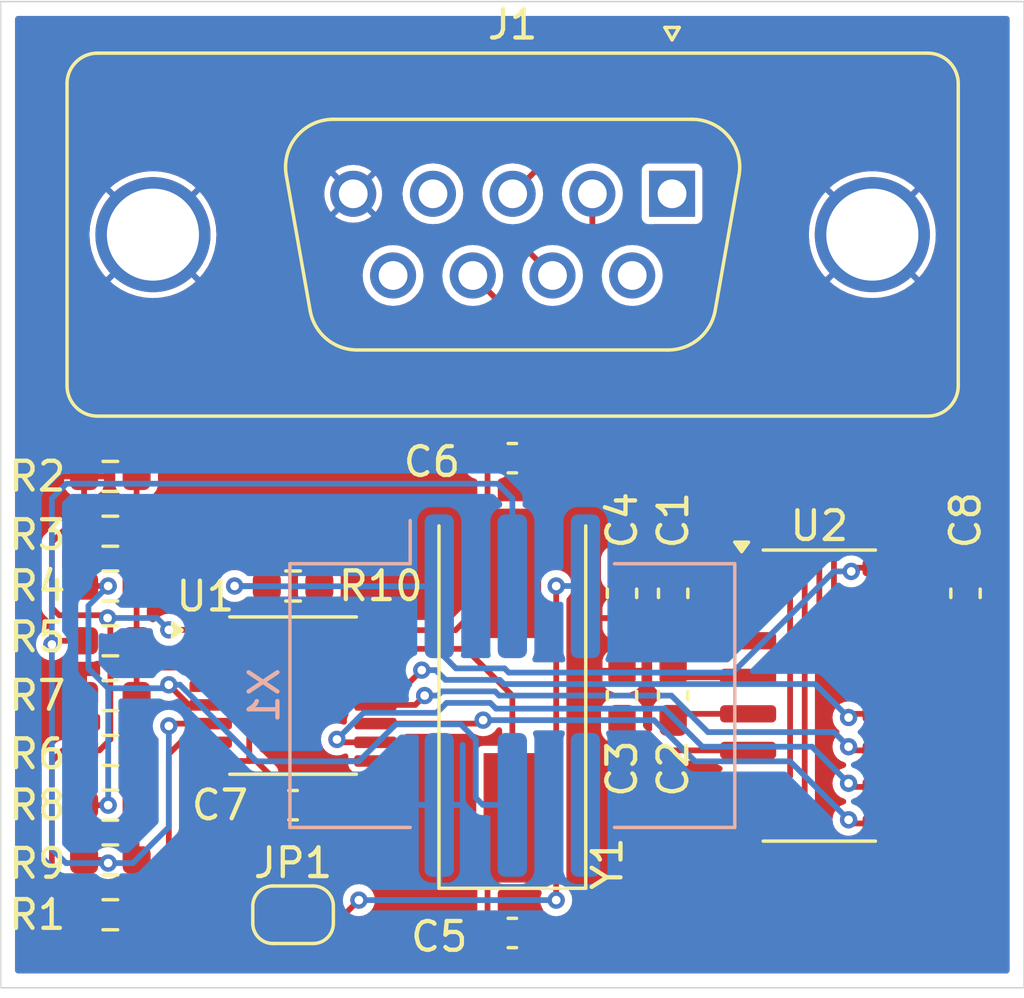
<source format=kicad_pcb>
(kicad_pcb (version 20240108) (generator "pcbnew") (generator_version "8.0")
  (layers (0 "F.Cu" signal) (31 "B.Cu" signal) (34 "B.Paste" user) (35 "F.Paste" user) (36 "B.SilkS" user "B.Silkscreen") (37 "F.SilkS" user "F.Silkscreen") (38 "B.Mask" user) (39 "F.Mask" user) (44 "Edge.Cuts" user))
  (net 0 "")
  (net 1 "Net-(U2-C1-)")
  (net 2 "Net-(U2-C1+)")
  (net 3 "Net-(U2-C2-)")
  (net 4 "Net-(U2-C2+)")
  (net 5 "GND")
  (net 6 "Net-(U2-VS-)")
  (net 7 "Net-(U2-VS+)")
  (net 8 "Net-(U1-XTAL1)")
  (net 9 "Net-(U1-XTAL2)")
  (net 11 "Net-(U2-T2OUT)")
  (net 14 "Net-(U2-R2IN)")
  (net 15 "Net-(U2-T1OUT)")
  (net 17 "Net-(U2-R1IN)")
  (net 18 "/RS232_IRQ")
  (net 19 "+3V3")
  (net 20 "Net-(U1-A0{slash}~{CS})")
  (net 21 "/SCL")
  (net 22 "/SDA")
  (net 23 "Net-(U1-A1{slash}SI)")
  (net 24 "Net-(U1-~{RESET})")
  (net 25 "Net-(U1-TX)")
  (net 26 "Net-(U1-~{RTS})")
  (net 27 "Net-(U1-RX)")
  (net 28 "Net-(U1-~{CTS})")
  (net 30 "Net-(JP1-B)")
  (footprint "Resistor_SMD:R_0603_1608Metric_Pad0.98x0.95mm_HandSolder" (layer "F.Cu") (at 158.75 110.49)
    (property "Reference" "R4" (at -2.54 0 0) (layer "F.SilkS"))
    (property "Value" "0R DNP")
    (fp_line (start -0.254724 -0.5225) (end 0.254724 -0.5225) (stroke (width 0.12)) (layer "F.SilkS"))
    (fp_line (start -0.254724 0.5225) (end 0.254724 0.5225) (stroke (width 0.12)) (layer "F.SilkS"))
    (pad "1" smd roundrect (at -0.9125 0) (size 0.975 0.95) (layers "F.Cu" "F.Paste" "F.Mask") (net 21 "/SCL"))
    (pad "2" smd roundrect (at 0.9125 0) (size 0.975 0.95) (layers "F.Cu" "F.Paste" "F.Mask") (net 20 "Net-(U1-A0{slash}~{CS})"))
  )
  (footprint "Crystal:Crystal_SMD_HC49-SD" (layer "F.Cu") (at 172.72 114.3 90)
    (property "Reference" "Y1" (at -5.842 3.302 -90) (layer "F.SilkS"))
    (property "Value" "1.8432 MHz")
    (fp_line (start 5.9 -2.55) (end -6.7 -2.55) (stroke (width 0.12)) (layer "F.SilkS"))
    (fp_line (start -6.7 -2.55) (end -6.7 2.55) (stroke (width 0.12)) (layer "F.SilkS"))
    (fp_line (start -6.7 2.55) (end 5.9 2.55) (stroke (width 0.12)) (layer "F.SilkS"))
    (pad "1" smd rect (at -4.25 0 90) (size 4.5 2) (layers "F.Cu" "F.Paste" "F.Mask") (net 8 "Net-(U1-XTAL1)"))
    (pad "2" smd rect (at 4.25 0 90) (size 4.5 2) (layers "F.Cu" "F.Paste" "F.Mask") (net 9 "Net-(U1-XTAL2)"))
  )
  (footprint "Resistor_SMD:R_0603_1608Metric_Pad0.98x0.95mm_HandSolder" (layer "F.Cu") (at 158.75 106.68)
    (property "Reference" "R2" (at -2.54 0 0) (layer "F.SilkS"))
    (property "Value" "0R DNP")
    (fp_line (start -0.254724 -0.5225) (end 0.254724 -0.5225) (stroke (width 0.12)) (layer "F.SilkS"))
    (fp_line (start -0.254724 0.5225) (end 0.254724 0.5225) (stroke (width 0.12)) (layer "F.SilkS"))
    (pad "1" smd roundrect (at -0.9125 0) (size 0.975 0.95) (layers "F.Cu" "F.Paste" "F.Mask") (net 5 "GND"))
    (pad "2" smd roundrect (at 0.9125 0) (size 0.975 0.95) (layers "F.Cu" "F.Paste" "F.Mask") (net 20 "Net-(U1-A0{slash}~{CS})"))
  )
  (footprint "Resistor_SMD:R_0603_1608Metric_Pad0.98x0.95mm_HandSolder" (layer "F.Cu") (at 158.75 116.205)
    (property "Reference" "R6" (at -2.54 0.127 0) (layer "F.SilkS"))
    (property "Value" "0R")
    (fp_line (start -0.254724 -0.5225) (end 0.254724 -0.5225) (stroke (width 0.12)) (layer "F.SilkS"))
    (fp_line (start -0.254724 0.5225) (end 0.254724 0.5225) (stroke (width 0.12)) (layer "F.SilkS"))
    (pad "1" smd roundrect (at -0.9125 0) (size 0.975 0.95) (layers "F.Cu" "F.Paste" "F.Mask") (net 19 "+3V3"))
    (pad "2" smd roundrect (at 0.9125 0) (size 0.975 0.95) (layers "F.Cu" "F.Paste" "F.Mask") (net 23 "Net-(U1-A1{slash}SI)"))
  )
  (footprint "Resistor_SMD:R_0603_1608Metric_Pad0.98x0.95mm_HandSolder" (layer "F.Cu") (at 165.1 110.49)
    (property "Reference" "R10" (at 3.048 0 0) (layer "F.SilkS"))
    (property "Value" "10K")
    (fp_line (start -0.254724 -0.5225) (end 0.254724 -0.5225) (stroke (width 0.12)) (layer "F.SilkS"))
    (fp_line (start -0.254724 0.5225) (end 0.254724 0.5225) (stroke (width 0.12)) (layer "F.SilkS"))
    (pad "1" smd roundrect (at -0.9125 0) (size 0.975 0.95) (layers "F.Cu" "F.Paste" "F.Mask") (net 19 "+3V3"))
    (pad "2" smd roundrect (at 0.9125 0) (size 0.975 0.95) (layers "F.Cu" "F.Paste" "F.Mask") (net 24 "Net-(U1-~{RESET})"))
  )
  (footprint "Capacitor_SMD:C_0603_1608Metric_Pad1.08x0.95mm_HandSolder" (layer "F.Cu") (at 165.1 118.11)
    (property "Reference" "C7" (at -2.54 0 0) (layer "F.SilkS"))
    (property "Value" "100n")
    (fp_line (start -0.146267 -0.51) (end 0.146267 -0.51) (stroke (width 0.12)) (layer "F.SilkS"))
    (fp_line (start -0.146267 0.51) (end 0.146267 0.51) (stroke (width 0.12)) (layer "F.SilkS"))
    (pad "1" smd roundrect (at -0.8625 0) (size 1.075 0.95) (layers "F.Cu" "F.Paste" "F.Mask") (net 19 "+3V3"))
    (pad "2" smd roundrect (at 0.8625 0) (size 1.075 0.95) (layers "F.Cu" "F.Paste" "F.Mask") (net 5 "GND"))
  )
  (footprint "Resistor_SMD:R_0603_1608Metric_Pad0.98x0.95mm_HandSolder" (layer "F.Cu") (at 158.75 121.92)
    (property "Reference" "R1" (at -2.54 0 0) (layer "F.SilkS"))
    (property "Value" "1K")
    (fp_line (start -0.254724 -0.5225) (end 0.254724 -0.5225) (stroke (width 0.12)) (layer "F.SilkS"))
    (fp_line (start -0.254724 0.5225) (end 0.254724 0.5225) (stroke (width 0.12)) (layer "F.SilkS"))
    (pad "1" smd roundrect (at -0.9125 0) (size 0.975 0.95) (layers "F.Cu" "F.Paste" "F.Mask") (net 19 "+3V3"))
    (pad "2" smd roundrect (at 0.9125 0) (size 0.975 0.95) (layers "F.Cu" "F.Paste" "F.Mask") (net 18 "/RS232_IRQ"))
  )
  (footprint "Resistor_SMD:R_0603_1608Metric_Pad0.98x0.95mm_HandSolder" (layer "F.Cu") (at 158.75 112.395)
    (property "Reference" "R5" (at -2.54 -0.127 360) (layer "F.SilkS"))
    (property "Value" "0R DNP")
    (fp_line (start -0.254724 -0.5225) (end 0.254724 -0.5225) (stroke (width 0.12)) (layer "F.SilkS"))
    (fp_line (start -0.254724 0.5225) (end 0.254724 0.5225) (stroke (width 0.12)) (layer "F.SilkS"))
    (pad "1" smd roundrect (at -0.9125 0) (size 0.975 0.95) (layers "F.Cu" "F.Paste" "F.Mask") (net 22 "/SDA"))
    (pad "2" smd roundrect (at 0.9125 0) (size 0.975 0.95) (layers "F.Cu" "F.Paste" "F.Mask") (net 20 "Net-(U1-A0{slash}~{CS})"))
  )
  (footprint "Capacitor_SMD:C_0603_1608Metric_Pad1.08x0.95mm_HandSolder" (layer "F.Cu") (at 176.53 110.744 -90)
    (property "Reference" "C4" (at -2.54 0 90) (layer "F.SilkS"))
    (property "Value" "100n")
    (fp_line (start -0.146267 0.51) (end 0.146267 0.51) (stroke (width 0.12)) (layer "F.SilkS"))
    (fp_line (start -0.146267 -0.51) (end 0.146267 -0.51) (stroke (width 0.12)) (layer "F.SilkS"))
    (pad "1" smd roundrect (at -0.8625 0 270) (size 1.075 0.95) (layers "F.Cu" "F.Paste" "F.Mask") (net 7 "Net-(U2-VS+)"))
    (pad "2" smd roundrect (at 0.8625 0 270) (size 1.075 0.95) (layers "F.Cu" "F.Paste" "F.Mask") (net 5 "GND"))
  )
  (footprint "Package_SO:TSSOP-16_4.4x5mm_P0.65mm" (layer "F.Cu") (at 165.1 114.3)
    (property "Reference" "U1" (at -3.048 -3.45 0) (layer "F.SilkS"))
    (property "Value" "SC16IS740")
    (fp_line (start 0 -2.735) (end -2.2 -2.735) (stroke (width 0.12)) (layer "F.SilkS"))
    (fp_line (start 0 -2.735) (end 2.2 -2.735) (stroke (width 0.12)) (layer "F.SilkS"))
    (fp_line (start 0 2.735) (end -2.2 2.735) (stroke (width 0.12)) (layer "F.SilkS"))
    (fp_line (start 0 2.735) (end 2.2 2.735) (stroke (width 0.12)) (layer "F.SilkS"))
    (fp_poly (pts (xy -3.86 -2.275) (xy -4.19 -2.515) (xy -4.19 -2.035) (xy -3.86 -2.275)) (stroke (width 0.12)) (fill solid) (layer "F.SilkS"))
    (pad "1" smd roundrect (at -2.8625 -2.275) (size 1.475 0.4) (layers "F.Cu" "F.Paste" "F.Mask") (net 19 "+3V3"))
    (pad "2" smd roundrect (at -2.8625 -1.625) (size 1.475 0.4) (layers "F.Cu" "F.Paste" "F.Mask") (net 20 "Net-(U1-A0{slash}~{CS})"))
    (pad "3" smd roundrect (at -2.8625 -0.975) (size 1.475 0.4) (layers "F.Cu" "F.Paste" "F.Mask") (net 23 "Net-(U1-A1{slash}SI)"))
    (pad "4" smd roundrect (at -2.8625 -0.325) (size 1.475 0.4) (layers "F.Cu" "F.Paste" "F.Mask"))
    (pad "5" smd roundrect (at -2.8625 0.325) (size 1.475 0.4) (layers "F.Cu" "F.Paste" "F.Mask") (net 21 "/SCL"))
    (pad "6" smd roundrect (at -2.8625 0.975) (size 1.475 0.4) (layers "F.Cu" "F.Paste" "F.Mask") (net 22 "/SDA"))
    (pad "7" smd roundrect (at -2.8625 1.625) (size 1.475 0.4) (layers "F.Cu" "F.Paste" "F.Mask") (net 18 "/RS232_IRQ"))
    (pad "8" smd roundrect (at -2.8625 2.275) (size 1.475 0.4) (layers "F.Cu" "F.Paste" "F.Mask") (net 19 "+3V3"))
    (pad "9" smd roundrect (at 2.8625 2.275) (size 1.475 0.4) (layers "F.Cu" "F.Paste" "F.Mask") (net 5 "GND"))
    (pad "10" smd roundrect (at 2.8625 1.625) (size 1.475 0.4) (layers "F.Cu" "F.Paste" "F.Mask") (net 26 "Net-(U1-~{RTS})"))
    (pad "11" smd roundrect (at 2.8625 0.975) (size 1.475 0.4) (layers "F.Cu" "F.Paste" "F.Mask") (net 28 "Net-(U1-~{CTS})"))
    (pad "12" smd roundrect (at 2.8625 0.325) (size 1.475 0.4) (layers "F.Cu" "F.Paste" "F.Mask") (net 25 "Net-(U1-TX)"))
    (pad "13" smd roundrect (at 2.8625 -0.325) (size 1.475 0.4) (layers "F.Cu" "F.Paste" "F.Mask") (net 27 "Net-(U1-RX)"))
    (pad "14" smd roundrect (at 2.8625 -0.975) (size 1.475 0.4) (layers "F.Cu" "F.Paste" "F.Mask") (net 24 "Net-(U1-~{RESET})"))
    (pad "15" smd roundrect (at 2.8625 -1.625) (size 1.475 0.4) (layers "F.Cu" "F.Paste" "F.Mask") (net 8 "Net-(U1-XTAL1)"))
    (pad "16" smd roundrect (at 2.8625 -2.275) (size 1.475 0.4) (layers "F.Cu" "F.Paste" "F.Mask") (net 9 "Net-(U1-XTAL2)"))
  )
  (footprint "Capacitor_SMD:C_0603_1608Metric_Pad1.08x0.95mm_HandSolder" (layer "F.Cu") (at 188.468 110.744 -90)
    (property "Reference" "C8" (at -2.54 0 90) (layer "F.SilkS"))
    (property "Value" "100n")
    (fp_line (start -0.146267 0.51) (end 0.146267 0.51) (stroke (width 0.12)) (layer "F.SilkS"))
    (fp_line (start -0.146267 -0.51) (end 0.146267 -0.51) (stroke (width 0.12)) (layer "F.SilkS"))
    (pad "1" smd roundrect (at -0.8625 0 270) (size 1.075 0.95) (layers "F.Cu" "F.Paste" "F.Mask") (net 19 "+3V3"))
    (pad "2" smd roundrect (at 0.8625 0 270) (size 1.075 0.95) (layers "F.Cu" "F.Paste" "F.Mask") (net 5 "GND"))
  )
  (footprint "Resistor_SMD:R_0603_1608Metric_Pad0.98x0.95mm_HandSolder" (layer "F.Cu") (at 158.75 114.3)
    (property "Reference" "R7" (at -2.54 0 0) (layer "F.SilkS"))
    (property "Value" "0R DNP")
    (fp_line (start -0.254724 -0.5225) (end 0.254724 -0.5225) (stroke (width 0.12)) (layer "F.SilkS"))
    (fp_line (start -0.254724 0.5225) (end 0.254724 0.5225) (stroke (width 0.12)) (layer "F.SilkS"))
    (pad "1" smd roundrect (at -0.9125 0) (size 0.975 0.95) (layers "F.Cu" "F.Paste" "F.Mask") (net 5 "GND"))
    (pad "2" smd roundrect (at 0.9125 0) (size 0.975 0.95) (layers "F.Cu" "F.Paste" "F.Mask") (net 23 "Net-(U1-A1{slash}SI)"))
  )
  (footprint "Capacitor_SMD:C_0603_1608Metric_Pad1.08x0.95mm_HandSolder" (layer "F.Cu") (at 172.72 122.555)
    (property "Reference" "C5" (at -2.54 0.127 0) (layer "F.SilkS"))
    (property "Value" "22p")
    (fp_line (start -0.146267 -0.51) (end 0.146267 -0.51) (stroke (width 0.12)) (layer "F.SilkS"))
    (fp_line (start -0.146267 0.51) (end 0.146267 0.51) (stroke (width 0.12)) (layer "F.SilkS"))
    (pad "1" smd roundrect (at -0.8625 0) (size 1.075 0.95) (layers "F.Cu" "F.Paste" "F.Mask") (net 8 "Net-(U1-XTAL1)"))
    (pad "2" smd roundrect (at 0.8625 0) (size 1.075 0.95) (layers "F.Cu" "F.Paste" "F.Mask") (net 5 "GND"))
  )
  (footprint "Resistor_SMD:R_0603_1608Metric_Pad0.98x0.95mm_HandSolder" (layer "F.Cu") (at 158.75 120.015)
    (property "Reference" "R9" (at -2.54 0.127 0) (layer "F.SilkS"))
    (property "Value" "0R DNP")
    (fp_line (start -0.254724 -0.5225) (end 0.254724 -0.5225) (stroke (width 0.12)) (layer "F.SilkS"))
    (fp_line (start -0.254724 0.5225) (end 0.254724 0.5225) (stroke (width 0.12)) (layer "F.SilkS"))
    (pad "1" smd roundrect (at -0.9125 0) (size 0.975 0.95) (layers "F.Cu" "F.Paste" "F.Mask") (net 22 "/SDA"))
    (pad "2" smd roundrect (at 0.9125 0) (size 0.975 0.95) (layers "F.Cu" "F.Paste" "F.Mask") (net 23 "Net-(U1-A1{slash}SI)"))
  )
  (footprint "Connector_Dsub:DSUB-9_Female_Vertical_P2.77x2.84mm_MountingHoles" (layer "F.Cu") (at 178.27 96.853669)
    (property "Reference" "J1" (at -5.54 -5.89 0) (layer "F.SilkS"))
    (property "Value" "DE9_Receptacle_MountingHoles")
    (fp_line (start -21.025 6.67) (end -21.025 -3.83) (stroke (width 0.12)) (layer "F.SilkS"))
    (fp_line (start -19.965 -4.89) (end 8.885 -4.89) (stroke (width 0.12)) (layer "F.SilkS"))
    (fp_line (start -13.40647 -0.641744) (end -12.577733 4.058256) (stroke (width 0.12)) (layer "F.SilkS"))
    (fp_line (start -11.771689 -2.59) (end 0.691689 -2.59) (stroke (width 0.12)) (layer "F.SilkS"))
    (fp_line (start -10.942952 5.43) (end -0.137048 5.43) (stroke (width 0.12)) (layer "F.SilkS"))
    (fp_line (start -0.25 -5.784338) (end 0.25 -5.784338) (stroke (width 0.12)) (layer "F.SilkS"))
    (fp_line (start 0 -5.351325) (end -0.25 -5.784338) (stroke (width 0.12)) (layer "F.SilkS"))
    (fp_line (start 0.25 -5.784338) (end 0 -5.351325) (stroke (width 0.12)) (layer "F.SilkS"))
    (fp_line (start 2.32647 -0.641744) (end 1.497733 4.058256) (stroke (width 0.12)) (layer "F.SilkS"))
    (fp_line (start 8.885 7.73) (end -19.965 7.73) (stroke (width 0.12)) (layer "F.SilkS"))
    (fp_line (start 9.945 -3.83) (end 9.945 6.67) (stroke (width 0.12)) (layer "F.SilkS"))
    (fp_arc (start -21.025 -3.83) (mid -20.714533 -4.579533) (end -19.965 -4.89) (stroke (width 0.12)) (layer "F.SilkS"))
    (fp_arc (start -19.965 7.73) (mid -20.714533 7.419533) (end -21.025 6.67) (stroke (width 0.12)) (layer "F.SilkS"))
    (fp_arc (start -13.40647 -0.641744) (mid -13.043323 -1.997028) (end -11.771689 -2.59) (stroke (width 0.12)) (layer "F.SilkS"))
    (fp_arc (start -10.942952 5.43) (mid -12.00998 5.041634) (end -12.577733 4.058256) (stroke (width 0.12)) (layer "F.SilkS"))
    (fp_arc (start 0.691689 -2.59) (mid 1.963324 -1.997028) (end 2.32647 -0.641744) (stroke (width 0.12)) (layer "F.SilkS"))
    (fp_arc (start 1.497733 4.058256) (mid 0.92998 5.041634) (end -0.137048 5.43) (stroke (width 0.12)) (layer "F.SilkS"))
    (fp_arc (start 8.885 -4.89) (mid 9.634533 -4.579533) (end 9.945 -3.83) (stroke (width 0.12)) (layer "F.SilkS"))
    (fp_arc (start 9.945 6.67) (mid 9.634533 7.419533) (end 8.885 7.73) (stroke (width 0.12)) (layer "F.SilkS"))
    (pad "0" thru_hole circle (at -18.04 1.42) (size 4 4) (drill 3.2) (layers "*.Cu" "*.Mask") (net 5 "GND"))
    (pad "0" thru_hole circle (at 6.96 1.42) (size 4 4) (drill 3.2) (layers "*.Cu" "*.Mask") (net 5 "GND"))
    (pad "1" thru_hole rect (at 0 0) (size 1.6 1.6) (drill 1) (layers "*.Cu" "*.Mask"))
    (pad "2" thru_hole circle (at -2.77 0) (size 1.6 1.6) (drill 1) (layers "*.Cu" "*.Mask") (net 17 "Net-(U2-R1IN)"))
    (pad "3" thru_hole circle (at -5.54 0) (size 1.6 1.6) (drill 1) (layers "*.Cu" "*.Mask") (net 15 "Net-(U2-T1OUT)"))
    (pad "4" thru_hole circle (at -8.31 0) (size 1.6 1.6) (drill 1) (layers "*.Cu" "*.Mask"))
    (pad "5" thru_hole circle (at -11.08 0) (size 1.6 1.6) (drill 1) (layers "*.Cu" "*.Mask") (net 5 "GND"))
    (pad "6" thru_hole circle (at -1.385 2.84) (size 1.6 1.6) (drill 1) (layers "*.Cu" "*.Mask"))
    (pad "7" thru_hole circle (at -4.155 2.84) (size 1.6 1.6) (drill 1) (layers "*.Cu" "*.Mask") (net 11 "Net-(U2-T2OUT)"))
    (pad "8" thru_hole circle (at -6.925 2.84) (size 1.6 1.6) (drill 1) (layers "*.Cu" "*.Mask") (net 14 "Net-(U2-R2IN)"))
    (pad "9" thru_hole circle (at -9.695 2.84) (size 1.6 1.6) (drill 1) (layers "*.Cu" "*.Mask"))
  )
  (footprint "Capacitor_SMD:C_0603_1608Metric_Pad1.08x0.95mm_HandSolder" (layer "F.Cu") (at 176.53 114.3 90)
    (property "Reference" "C3" (at -2.54 0 90) (layer "F.SilkS"))
    (property "Value" "100n")
    (fp_line (start -0.146267 -0.51) (end 0.146267 -0.51) (stroke (width 0.12)) (layer "F.SilkS"))
    (fp_line (start -0.146267 0.51) (end 0.146267 0.51) (stroke (width 0.12)) (layer "F.SilkS"))
    (pad "1" smd roundrect (at -0.8625 0 90) (size 1.075 0.95) (layers "F.Cu" "F.Paste" "F.Mask") (net 6 "Net-(U2-VS-)"))
    (pad "2" smd roundrect (at 0.8625 0 90) (size 1.075 0.95) (layers "F.Cu" "F.Paste" "F.Mask") (net 5 "GND"))
  )
  (footprint "Resistor_SMD:R_0603_1608Metric_Pad0.98x0.95mm_HandSolder" (layer "F.Cu") (at 158.75 108.585)
    (property "Reference" "R3" (at -2.54 0.127 0) (layer "F.SilkS"))
    (property "Value" "0R")
    (fp_line (start -0.254724 -0.5225) (end 0.254724 -0.5225) (stroke (width 0.12)) (layer "F.SilkS"))
    (fp_line (start -0.254724 0.5225) (end 0.254724 0.5225) (stroke (width 0.12)) (layer "F.SilkS"))
    (pad "1" smd roundrect (at -0.9125 0) (size 0.975 0.95) (layers "F.Cu" "F.Paste" "F.Mask") (net 19 "+3V3"))
    (pad "2" smd roundrect (at 0.9125 0) (size 0.975 0.95) (layers "F.Cu" "F.Paste" "F.Mask") (net 20 "Net-(U1-A0{slash}~{CS})"))
  )
  (footprint "Jumper:SolderJumper-2_P1.3mm_Open_RoundedPad1.0x1.5mm" (layer "F.Cu") (at 165.1 121.92)
    (property "Reference" "JP1" (at 0 -1.8 0) (layer "F.SilkS"))
    (property "Value" "IRQ")
    (fp_line (start -1.4 0.3) (end -1.4 -0.3) (stroke (width 0.12)) (layer "F.SilkS"))
    (fp_line (start -0.7 -1) (end 0.7 -1) (stroke (width 0.12)) (layer "F.SilkS"))
    (fp_line (start 0.7 1) (end -0.7 1) (stroke (width 0.12)) (layer "F.SilkS"))
    (fp_line (start 1.4 -0.3) (end 1.4 0.3) (stroke (width 0.12)) (layer "F.SilkS"))
    (fp_arc (start -1.4 -0.3) (mid -1.194975 -0.794975) (end -0.7 -1) (stroke (width 0.12)) (layer "F.SilkS"))
    (fp_arc (start -0.7 1) (mid -1.194975 0.794975) (end -1.4 0.3) (stroke (width 0.12)) (layer "F.SilkS"))
    (fp_arc (start 0.7 -1) (mid 1.194975 -0.794975) (end 1.4 -0.3) (stroke (width 0.12)) (layer "F.SilkS"))
    (fp_arc (start 1.4 0.3) (mid 1.194975 0.794975) (end 0.7 1) (stroke (width 0.12)) (layer "F.SilkS"))
    (pad "1" smd custom (at -0.65 0) (size 1 0.5) (layers "F.Cu" "F.Mask") (net 18 "/RS232_IRQ") (options (clearance outline) (anchor rect)) (primitives (gr_circle (center 0 0.25) (end 0.5 0.25) (width 0) (fill yes)) (gr_circle (center 0 -0.25) (end 0.5 -0.25) (width 0) (fill yes)) (gr_poly (pts (xy 0.5 0.75) (xy 0 0.75) (xy 0 -0.75) (xy 0.5 -0.75)) (width 0) (fill yes))))
    (pad "2" smd custom (at 0.65 0) (size 1 0.5) (layers "F.Cu" "F.Mask") (net 30 "Net-(JP1-B)") (options (clearance outline) (anchor rect)) (primitives (gr_circle (center 0 0.25) (end 0.5 0.25) (width 0) (fill yes)) (gr_circle (center 0 -0.25) (end 0.5 -0.25) (width 0) (fill yes)) (gr_poly (pts (xy 0 0.75) (xy -0.5 0.75) (xy -0.5 -0.75) (xy 0 -0.75)) (width 0) (fill yes))))
  )
  (footprint "Capacitor_SMD:C_0603_1608Metric_Pad1.08x0.95mm_HandSolder" (layer "F.Cu") (at 178.308 114.3 -90)
    (property "Reference" "C2" (at 2.54 0 90) (layer "F.SilkS"))
    (property "Value" "100n")
    (fp_line (start -0.146267 0.51) (end 0.146267 0.51) (stroke (width 0.12)) (layer "F.SilkS"))
    (fp_line (start -0.146267 -0.51) (end 0.146267 -0.51) (stroke (width 0.12)) (layer "F.SilkS"))
    (pad "1" smd roundrect (at -0.8625 0 270) (size 1.075 0.95) (layers "F.Cu" "F.Paste" "F.Mask") (net 4 "Net-(U2-C2+)"))
    (pad "2" smd roundrect (at 0.8625 0 270) (size 1.075 0.95) (layers "F.Cu" "F.Paste" "F.Mask") (net 3 "Net-(U2-C2-)"))
  )
  (footprint "Package_SO:SOIC-16_3.9x9.9mm_P1.27mm" (layer "F.Cu") (at 183.388 114.3)
    (property "Reference" "U2" (at 0 -5.9 0) (layer "F.SilkS"))
    (property "Value" "MAX3232")
    (fp_line (start 0 -5.06) (end -1.95 -5.06) (stroke (width 0.12)) (layer "F.SilkS"))
    (fp_line (start 0 -5.06) (end 1.95 -5.06) (stroke (width 0.12)) (layer "F.SilkS"))
    (fp_line (start 0 5.06) (end -1.95 5.06) (stroke (width 0.12)) (layer "F.SilkS"))
    (fp_line (start 0 5.06) (end 1.95 5.06) (stroke (width 0.12)) (layer "F.SilkS"))
    (fp_poly (pts (xy -2.7 -5.005) (xy -2.94 -5.335) (xy -2.46 -5.335) (xy -2.7 -5.005)) (stroke (width 0.12)) (fill solid) (layer "F.SilkS"))
    (pad "1" smd roundrect (at -2.475 -4.445) (size 1.95 0.6) (layers "F.Cu" "F.Paste" "F.Mask") (net 2 "Net-(U2-C1+)"))
    (pad "2" smd roundrect (at -2.475 -3.175) (size 1.95 0.6) (layers "F.Cu" "F.Paste" "F.Mask") (net 7 "Net-(U2-VS+)"))
    (pad "3" smd roundrect (at -2.475 -1.905) (size 1.95 0.6) (layers "F.Cu" "F.Paste" "F.Mask") (net 1 "Net-(U2-C1-)"))
    (pad "4" smd roundrect (at -2.475 -0.635) (size 1.95 0.6) (layers "F.Cu" "F.Paste" "F.Mask") (net 4 "Net-(U2-C2+)"))
    (pad "5" smd roundrect (at -2.475 0.635) (size 1.95 0.6) (layers "F.Cu" "F.Paste" "F.Mask") (net 3 "Net-(U2-C2-)"))
    (pad "6" smd roundrect (at -2.475 1.905) (size 1.95 0.6) (layers "F.Cu" "F.Paste" "F.Mask") (net 6 "Net-(U2-VS-)"))
    (pad "7" smd roundrect (at -2.475 3.175) (size 1.95 0.6) (layers "F.Cu" "F.Paste" "F.Mask") (net 11 "Net-(U2-T2OUT)"))
    (pad "8" smd roundrect (at -2.475 4.445) (size 1.95 0.6) (layers "F.Cu" "F.Paste" "F.Mask") (net 14 "Net-(U2-R2IN)"))
    (pad "9" smd roundrect (at 2.475 4.445) (size 1.95 0.6) (layers "F.Cu" "F.Paste" "F.Mask") (net 28 "Net-(U1-~{CTS})"))
    (pad "10" smd roundrect (at 2.475 3.175) (size 1.95 0.6) (layers "F.Cu" "F.Paste" "F.Mask") (net 26 "Net-(U1-~{RTS})"))
    (pad "11" smd roundrect (at 2.475 1.905) (size 1.95 0.6) (layers "F.Cu" "F.Paste" "F.Mask") (net 25 "Net-(U1-TX)"))
    (pad "12" smd roundrect (at 2.475 0.635) (size 1.95 0.6) (layers "F.Cu" "F.Paste" "F.Mask") (net 27 "Net-(U1-RX)"))
    (pad "13" smd roundrect (at 2.475 -0.635) (size 1.95 0.6) (layers "F.Cu" "F.Paste" "F.Mask") (net 17 "Net-(U2-R1IN)"))
    (pad "14" smd roundrect (at 2.475 -1.905) (size 1.95 0.6) (layers "F.Cu" "F.Paste" "F.Mask") (net 15 "Net-(U2-T1OUT)"))
    (pad "15" smd roundrect (at 2.475 -3.175) (size 1.95 0.6) (layers "F.Cu" "F.Paste" "F.Mask") (net 5 "GND"))
    (pad "16" smd roundrect (at 2.475 -4.445) (size 1.95 0.6) (layers "F.Cu" "F.Paste" "F.Mask") (net 19 "+3V3"))
  )
  (footprint "Capacitor_SMD:C_0603_1608Metric_Pad1.08x0.95mm_HandSolder" (layer "F.Cu") (at 172.72 106.045)
    (property "Reference" "C6" (at -2.794 0.127 0) (layer "F.SilkS"))
    (property "Value" "33p")
    (fp_line (start -0.146267 -0.51) (end 0.146267 -0.51) (stroke (width 0.12)) (layer "F.SilkS"))
    (fp_line (start -0.146267 0.51) (end 0.146267 0.51) (stroke (width 0.12)) (layer "F.SilkS"))
    (pad "1" smd roundrect (at -0.8625 0) (size 1.075 0.95) (layers "F.Cu" "F.Paste" "F.Mask") (net 9 "Net-(U1-XTAL2)"))
    (pad "2" smd roundrect (at 0.8625 0) (size 1.075 0.95) (layers "F.Cu" "F.Paste" "F.Mask") (net 5 "GND"))
  )
  (footprint "Resistor_SMD:R_0603_1608Metric_Pad0.98x0.95mm_HandSolder" (layer "F.Cu") (at 158.75 118.11)
    (property "Reference" "R8" (at -2.54 0 0) (layer "F.SilkS"))
    (property "Value" "0R DNP")
    (fp_line (start -0.254724 -0.5225) (end 0.254724 -0.5225) (stroke (width 0.12)) (layer "F.SilkS"))
    (fp_line (start -0.254724 0.5225) (end 0.254724 0.5225) (stroke (width 0.12)) (layer "F.SilkS"))
    (pad "1" smd roundrect (at -0.9125 0) (size 0.975 0.95) (layers "F.Cu" "F.Paste" "F.Mask") (net 21 "/SCL"))
    (pad "2" smd roundrect (at 0.9125 0) (size 0.975 0.95) (layers "F.Cu" "F.Paste" "F.Mask") (net 23 "Net-(U1-A1{slash}SI)"))
  )
  (footprint "Capacitor_SMD:C_0603_1608Metric_Pad1.08x0.95mm_HandSolder" (layer "F.Cu") (at 178.308 110.744 -90)
    (property "Reference" "C1" (at -2.54 0 90) (layer "F.SilkS"))
    (property "Value" "100n")
    (fp_line (start -0.146267 0.51) (end 0.146267 0.51) (stroke (width 0.12)) (layer "F.SilkS"))
    (fp_line (start -0.146267 -0.51) (end 0.146267 -0.51) (stroke (width 0.12)) (layer "F.SilkS"))
    (pad "1" smd roundrect (at -0.8625 0 270) (size 1.075 0.95) (layers "F.Cu" "F.Paste" "F.Mask") (net 2 "Net-(U2-C1+)"))
    (pad "2" smd roundrect (at 0.8625 0 270) (size 1.075 0.95) (layers "F.Cu" "F.Paste" "F.Mask") (net 1 "Net-(U2-C1-)"))
  )
  (footprint "Simple_Addon_v2:Simple_Addon_v2-SAO-2x3-SMD" (layer "B.Cu") (at 172.72 114.3 -90)
    (property "Reference" "X1" (at 0 8.62 90) (layer "B.SilkS") (effects (justify mirror)))
    (property "Value" "Simple_Addon_v2")
    (fp_line (start -4.585 7.73) (end -4.585 3.55) (stroke (width 0.12)) (layer "B.SilkS"))
    (fp_line (start 4.585 7.73) (end -4.585 7.73) (stroke (width 0.12)) (layer "B.SilkS"))
    (fp_line (start -6.085 3.55) (end -4.585 3.55) (stroke (width 0.12)) (layer "B.SilkS"))
    (fp_line (start 4.585 3.55) (end 4.585 7.73) (stroke (width 0.12)) (layer "B.SilkS"))
    (fp_line (start 4.585 -3.55) (end 4.585 -7.73) (stroke (width 0.12)) (layer "B.SilkS"))
    (fp_line (start -4.585 -7.73) (end -4.585 -3.55) (stroke (width 0.12)) (layer "B.SilkS"))
    (fp_line (start 4.585 -7.73) (end -4.585 -7.73) (stroke (width 0.12)) (layer "B.SilkS"))
    (pad "1" smd roundrect (at -3.8 2.54 270) (size 5 1.02) (layers "B.Cu" "B.Paste" "B.Mask") (net 19 "+3V3"))
    (pad "2" smd roundrect (at 3.8 2.54 270) (size 5 1.02) (layers "B.Cu" "B.Paste" "B.Mask") (net 5 "GND"))
    (pad "3" smd roundrect (at -3.8 0 270) (size 5 1.02) (layers "B.Cu" "B.Paste" "B.Mask") (net 22 "/SDA"))
    (pad "4" smd roundrect (at 3.8 0 270) (size 5 1.02) (layers "B.Cu" "B.Paste" "B.Mask") (net 21 "/SCL"))
    (pad "5" smd roundrect (at -3.8 -2.54 270) (size 5 1.02) (layers "B.Cu" "B.Paste" "B.Mask") (net 30 "Net-(JP1-B)"))
    (pad "6" smd roundrect (at 3.8 -2.54 270) (size 5 1.02) (layers "B.Cu" "B.Paste" "B.Mask"))
  )
  (gr_line (start 190.5 90.17) (end 154.94 90.17) (stroke (width 0.05)) (layer "Edge.Cuts"))
  (gr_line (start 154.94 90.17) (end 154.94 124.46) (stroke (width 0.05)) (layer "Edge.Cuts"))
  (gr_line (start 154.94 124.46) (end 190.5 124.46) (stroke (width 0.05)) (layer "Edge.Cuts"))
  (gr_line (start 190.5 124.46) (end 190.5 90.17) (stroke (width 0.05)) (layer "Edge.Cuts"))
  (segment (start 180.913 112.395) (end 179.0965 112.395) (width 0.2) (layer "F.Cu") (net 1))
  (segment (start 179.0965 112.395) (end 178.308 111.6065) (width 0.2) (layer "F.Cu") (net 1))
  (segment (start 180.913 109.855) (end 178.3345 109.855) (width 0.2) (layer "F.Cu") (net 2))
  (segment (start 178.3345 109.855) (end 178.308 109.8815) (width 0.2) (layer "F.Cu") (net 2))
  (segment (start 180.913 114.935) (end 178.5355 114.935) (width 0.2) (layer "F.Cu") (net 3))
  (segment (start 178.5355 114.935) (end 178.308 115.1625) (width 0.2) (layer "F.Cu") (net 3))
  (segment (start 178.5355 113.665) (end 178.308 113.4375) (width 0.2) (layer "F.Cu") (net 4))
  (segment (start 180.913 113.665) (end 178.5355 113.665) (width 0.2) (layer "F.Cu") (net 4))
  (segment (start 180.913 116.205) (end 177.5725 116.205) (width 0.2) (layer "F.Cu") (net 6))
  (segment (start 177.5725 116.205) (end 176.53 115.1625) (width 0.2) (layer "F.Cu") (net 6))
  (segment (start 180.913 111.125) (end 179.451 111.125) (width 0.2) (layer "F.Cu") (net 7))
  (segment (start 179.451 111.125) (end 179.07 110.744) (width 0.2) (layer "F.Cu") (net 7))
  (segment (start 179.07 110.744) (end 177.3925 110.744) (width 0.2) (layer "F.Cu") (net 7))
  (segment (start 177.3925 110.744) (end 176.53 109.8815) (width 0.2) (layer "F.Cu") (net 7))
  (segment (start 171.8575 122.555) (end 171.8575 119.4125) (width 0.2) (layer "F.Cu") (net 8))
  (segment (start 172.72 114.3) (end 172.72 118.55) (width 0.2) (layer "F.Cu") (net 8))
  (segment (start 171.8575 119.4125) (end 172.72 118.55) (width 0.2) (layer "F.Cu") (net 8))
  (segment (start 167.9625 112.675) (end 171.095 112.675) (width 0.2) (layer "F.Cu") (net 8))
  (segment (start 171.095 112.675) (end 172.72 114.3) (width 0.2) (layer "F.Cu") (net 8))
  (segment (start 171.8575 109.1875) (end 172.72 110.05) (width 0.2) (layer "F.Cu") (net 9))
  (segment (start 171.8575 106.045) (end 171.8575 109.1875) (width 0.2) (layer "F.Cu") (net 9))
  (segment (start 167.9625 112.025) (end 170.745 112.025) (width 0.2) (layer "F.Cu") (net 9))
  (segment (start 170.745 112.025) (end 172.72 110.05) (width 0.2) (layer "F.Cu") (net 9))
  (segment (start 169.926 98.806) (end 170.434 98.298) (width 0.2) (layer "F.Cu") (net 11))
  (segment (start 169.926 101.346) (end 169.926 98.806) (width 0.2) (layer "F.Cu") (net 11))
  (segment (start 182.372 107.442) (end 178.054 103.124) (width 0.2) (layer "F.Cu") (net 11))
  (segment (start 180.913 117.475) (end 181.991 117.475) (width 0.2) (layer "F.Cu") (net 11))
  (segment (start 170.434 98.298) (end 172.719331 98.298) (width 0.2) (layer "F.Cu") (net 11))
  (segment (start 171.704 103.124) (end 169.926 101.346) (width 0.2) (layer "F.Cu") (net 11))
  (segment (start 178.054 103.124) (end 171.704 103.124) (width 0.2) (layer "F.Cu") (net 11))
  (segment (start 181.991 117.475) (end 182.372 117.094) (width 0.2) (layer "F.Cu") (net 11))
  (segment (start 182.372 117.094) (end 182.372 107.442) (width 0.2) (layer "F.Cu") (net 11))
  (segment (start 172.719331 98.298) (end 174.115 99.693669) (width 0.2) (layer "F.Cu") (net 11))
  (segment (start 180.913 118.745) (end 181.991 118.745) (width 0.2) (layer "F.Cu") (net 14))
  (segment (start 181.991 118.745) (end 182.88 117.856) (width 0.2) (layer "F.Cu") (net 14))
  (segment (start 182.88 107.188) (end 178.308 102.616) (width 0.2) (layer "F.Cu") (net 14))
  (segment (start 182.88 117.856) (end 182.88 107.188) (width 0.2) (layer "F.Cu") (net 14))
  (segment (start 174.267331 102.616) (end 171.345 99.693669) (width 0.2) (layer "F.Cu") (net 14))
  (segment (start 178.308 102.616) (end 174.267331 102.616) (width 0.2) (layer "F.Cu") (net 14))
  (segment (start 176.784 97.79) (end 176.784 96.012) (width 0.2) (layer "F.Cu") (net 15))
  (segment (start 176.784 96.012) (end 176.276 95.504) (width 0.2) (layer "F.Cu") (net 15))
  (segment (start 176.276 95.504) (end 174.079669 95.504) (width 0.2) (layer "F.Cu") (net 15))
  (segment (start 183.896 106.68) (end 178.308 101.092) (width 0.2) (layer "F.Cu") (net 15))
  (segment (start 185.863 112.395) (end 184.785 112.395) (width 0.2) (layer "F.Cu") (net 15))
  (segment (start 178.308 99.314) (end 176.784 97.79) (width 0.2) (layer "F.Cu") (net 15))
  (segment (start 174.079669 95.504) (end 172.73 96.853669) (width 0.2) (layer "F.Cu") (net 15))
  (segment (start 184.785 112.395) (end 183.896 111.506) (width 0.2) (layer "F.Cu") (net 15))
  (segment (start 178.308 101.092) (end 178.308 99.314) (width 0.2) (layer "F.Cu") (net 15))
  (segment (start 183.896 111.506) (end 183.896 106.68) (width 0.2) (layer "F.Cu") (net 15))
  (segment (start 178.562 102.108) (end 176.53 102.108) (width 0.2) (layer "F.Cu") (net 17))
  (segment (start 183.388 106.934) (end 178.562 102.108) (width 0.2) (layer "F.Cu") (net 17))
  (segment (start 185.863 113.665) (end 184.785 113.665) (width 0.2) (layer "F.Cu") (net 17))
  (segment (start 184.785 113.665) (end 183.388 112.268) (width 0.2) (layer "F.Cu") (net 17))
  (segment (start 175.5 101.078) (end 175.5 96.853669) (width 0.2) (layer "F.Cu") (net 17))
  (segment (start 183.388 112.268) (end 183.388 106.934) (width 0.2) (layer "F.Cu") (net 17))
  (segment (start 176.53 102.108) (end 175.5 101.078) (width 0.2) (layer "F.Cu") (net 17))
  (segment (start 160.528 121.92) (end 159.6625 121.92) (width 0.2) (layer "F.Cu") (net 18))
  (segment (start 160.782 116.332) (end 160.782 121.92) (width 0.2) (layer "F.Cu") (net 18))
  (segment (start 161.189 115.925) (end 160.782 116.332) (width 0.2) (layer "F.Cu") (net 18))
  (segment (start 162.2375 115.925) (end 161.189 115.925) (width 0.2) (layer "F.Cu") (net 18))
  (segment (start 160.782 121.92) (end 160.528 121.92) (width 0.2) (layer "F.Cu") (net 18))
  (segment (start 160.528 121.92) (end 164.45 121.92) (width 0.2) (layer "F.Cu") (net 18))
  (segment (start 157.8375 121.92) (end 156.972 121.92) (width 0.2) (layer "F.Cu") (net 19))
  (segment (start 158.75 111.698278) (end 158.557722 111.506) (width 0.2) (layer "F.Cu") (net 19))
  (segment (start 158.369 116.205) (end 158.75 115.824) (width 0.2) (layer "F.Cu") (net 19))
  (segment (start 156.972 111.506) (end 156.718 111.252) (width 0.2) (layer "F.Cu") (net 19))
  (segment (start 156.718 121.666) (end 156.718 116.586) (width 0.2) (layer "F.Cu") (net 19))
  (segment (start 156.972 121.92) (end 156.718 121.666) (width 0.2) (layer "F.Cu") (net 19))
  (segment (start 185.863 109.855) (end 188.4415 109.855) (width 0.2) (layer "F.Cu") (net 19))
  (segment (start 185.863 109.855) (end 184.623 109.855) (width 0.2) (layer "F.Cu") (net 19))
  (segment (start 162.2375 112.025) (end 163.576 112.025) (width 0.2) (layer "F.Cu") (net 19))
  (segment (start 160.782 112.014) (end 162.2265 112.014) (width 0.2) (layer "F.Cu") (net 19))
  (segment (start 157.099 108.585) (end 157.8375 108.585) (width 0.2) (layer "F.Cu") (net 19))
  (segment (start 158.75 115.824) (end 158.75 111.698278) (width 0.2) (layer "F.Cu") (net 19))
  (segment (start 156.718 108.966) (end 157.099 108.585) (width 0.2) (layer "F.Cu") (net 19))
  (segment (start 163.576 116.575) (end 163.819 116.575) (width 0.2) (layer "F.Cu") (net 19))
  (segment (start 157.8375 116.205) (end 158.369 116.205) (width 0.2) (layer "F.Cu") (net 19))
  (segment (start 162.2375 116.575) (end 163.576 116.575) (width 0.2) (layer "F.Cu") (net 19))
  (segment (start 163.576 116.575) (end 163.576 112.025) (width 0.2) (layer "F.Cu") (net 19))
  (segment (start 163.819 116.575) (end 164.2375 116.9935) (width 0.2) (layer "F.Cu") (net 19))
  (segment (start 184.623 109.855) (end 184.496 109.982) (width 0.2) (layer "F.Cu") (net 19))
  (segment (start 188.4415 109.855) (end 188.468 109.8815) (width 0.2) (layer "F.Cu") (net 19))
  (segment (start 164.2375 116.9935) (end 164.2375 118.11) (width 0.2) (layer "F.Cu") (net 19))
  (segment (start 163.576 112.025) (end 163.819 112.025) (width 0.2) (layer "F.Cu") (net 19))
  (segment (start 156.718 116.586) (end 157.099 116.205) (width 0.2) (layer "F.Cu") (net 19))
  (segment (start 162.2265 112.014) (end 162.2375 112.025) (width 0.2) (layer "F.Cu") (net 19))
  (segment (start 157.099 116.205) (end 157.8375 116.205) (width 0.2) (layer "F.Cu") (net 19))
  (segment (start 156.718 111.252) (end 156.718 108.966) (width 0.2) (layer "F.Cu") (net 19))
  (segment (start 163.819 112.025) (end 164.1875 111.6565) (width 0.2) (layer "F.Cu") (net 19))
  (segment (start 163.068 110.49) (end 164.1875 110.49) (width 0.2) (layer "F.Cu") (net 19))
  (segment (start 164.1875 111.6565) (end 164.1875 110.49) (width 0.2) (layer "F.Cu") (net 19))
  (segment (start 158.557722 111.506) (end 156.972 111.506) (width 0.2) (layer "F.Cu") (net 19))
  (via (at 160.782 112.014) (size 0.6) (drill 0.3) (layers "F.Cu" "B.Cu") (net 19))
  (via (at 163.068 110.49) (size 0.6) (drill 0.3) (layers "F.Cu" "B.Cu") (net 19))
  (via (at 158.653861 111.602139) (size 0.6) (drill 0.3) (layers "F.Cu" "B.Cu") (net 19))
  (via (at 184.496 109.982) (size 0.6) (drill 0.3) (layers "F.Cu" "B.Cu") (net 19))
  (segment (start 170.18 112.776) (end 170.18 110.5) (width 0.2) (layer "B.Cu") (net 19))
  (segment (start 184.496 109.982) (end 183.896 109.982) (width 0.2) (layer "B.Cu") (net 19))
  (segment (start 172.595585 113.5) (end 172.449585 113.354) (width 0.2) (layer "B.Cu") (net 19))
  (segment (start 180.378 113.5) (end 172.595585 113.5) (width 0.2) (layer "B.Cu") (net 19))
  (segment (start 160.370139 111.602139) (end 160.782 112.014) (width 0.2) (layer "B.Cu") (net 19))
  (segment (start 170.758 113.354) (end 170.18 112.776) (width 0.2) (layer "B.Cu") (net 19))
  (segment (start 163.078 110.5) (end 163.068 110.49) (width 0.2) (layer "B.Cu") (net 19))
  (segment (start 158.653861 111.602139) (end 160.370139 111.602139) (width 0.2) (layer "B.Cu") (net 19))
  (segment (start 183.896 109.982) (end 180.378 113.5) (width 0.2) (layer "B.Cu") (net 19))
  (segment (start 172.449585 113.354) (end 170.758 113.354) (width 0.2) (layer "B.Cu") (net 19))
  (segment (start 170.18 110.5) (end 163.078 110.5) (width 0.2) (layer "B.Cu") (net 19))
  (segment (start 159.6625 112.395) (end 159.6625 110.49) (width 0.2) (layer "F.Cu") (net 20))
  (segment (start 159.6625 108.585) (end 159.6625 110.49) (width 0.2) (layer "F.Cu") (net 20))
  (segment (start 162.2375 112.675) (end 159.9425 112.675) (width 0.2) (layer "F.Cu") (net 20))
  (segment (start 159.6625 106.68) (end 159.6625 108.585) (width 0.2) (layer "F.Cu") (net 20))
  (segment (start 159.9425 112.675) (end 159.6625 112.395) (width 0.2) (layer "F.Cu") (net 20))
  (segment (start 161.482 114.625) (end 162.2375 114.625) (width 0.2) (layer "F.Cu") (net 21))
  (segment (start 157.8375 110.49) (end 158.674687 110.49) (width 0.2) (layer "F.Cu") (net 21))
  (segment (start 158.674687 110.49) (end 158.675 110.490313) (width 0.2) (layer "F.Cu") (net 21))
  (segment (start 160.782 113.925) (end 161.482 114.625) (width 0.2) (layer "F.Cu") (net 21))
  (segment (start 158.675 118.110313) (end 157.837813 118.110313) (width 0.2) (layer "F.Cu") (net 21))
  (segment (start 157.837813 118.110313) (end 157.8375 118.11) (width 0.2) (layer "F.Cu") (net 21))
  (via (at 158.675 110.490313) (size 0.6) (drill 0.3) (layers "F.Cu" "B.Cu") (net 21))
  (via (at 160.782 113.925) (size 0.6) (drill 0.3) (layers "F.Cu" "B.Cu") (net 21))
  (via (at 158.675 118.110313) (size 0.6) (drill 0.3) (layers "F.Cu" "B.Cu") (net 21))
  (segment (start 163.83 116.586) (end 167.386 116.586) (width 0.2) (layer "B.Cu") (net 21))
  (segment (start 158.675 114.046) (end 158.675 118.110313) (width 0.2) (layer "B.Cu") (net 21))
  (segment (start 161.169 113.925) (end 163.83 116.586) (width 0.2) (layer "B.Cu") (net 21))
  (segment (start 160.782 113.925) (end 160.661 114.046) (width 0.2) (layer "B.Cu") (net 21))
  (segment (start 158.675 110.490313) (end 157.988 111.177313) (width 0.2) (layer "B.Cu") (net 21))
  (segment (start 170.926 115.3) (end 171.45 115.824) (width 0.2) (layer "B.Cu") (net 21))
  (segment (start 160.661 114.046) (end 158.675 114.046) (width 0.2) (layer "B.Cu") (net 21))
  (segment (start 167.386 116.586) (end 168.672 115.3) (width 0.2) (layer "B.Cu") (net 21))
  (segment (start 157.988 111.177313) (end 157.988 113.359) (width 0.2) (layer "B.Cu") (net 21))
  (segment (start 171.694 118.1) (end 172.72 118.1) (width 0.2) (layer "B.Cu") (net 21))
  (segment (start 171.45 115.824) (end 171.45 117.856) (width 0.2) (layer "B.Cu") (net 21))
  (segment (start 168.672 115.3) (end 170.926 115.3) (width 0.2) (layer "B.Cu") (net 21))
  (segment (start 171.45 117.856) (end 171.694 118.1) (width 0.2) (layer "B.Cu") (net 21))
  (segment (start 157.988 113.359) (end 158.675 114.046) (width 0.2) (layer "B.Cu") (net 21))
  (segment (start 160.782 113.925) (end 161.169 113.925) (width 0.2) (layer "B.Cu") (net 21))
  (segment (start 158.566525 120.015) (end 158.675 120.123475) (width 0.2) (layer "F.Cu") (net 22))
  (segment (start 160.861003 115.275) (end 160.782 115.354003) (width 0.2) (layer "F.Cu") (net 22))
  (segment (start 157.8375 120.015) (end 158.566525 120.015) (width 0.2) (layer "F.Cu") (net 22))
  (segment (start 156.845 112.395) (end 156.718 112.522) (width 0.2) (layer "F.Cu") (net 22))
  (segment (start 157.8375 112.395) (end 156.845 112.395) (width 0.2) (layer "F.Cu") (net 22))
  (segment (start 162.2375 115.275) (end 160.861003 115.275) (width 0.2) (layer "F.Cu") (net 22))
  (via (at 156.718 112.522) (size 0.6) (drill 0.3) (layers "F.Cu" "B.Cu") (net 22))
  (via (at 158.675 120.123475) (size 0.6) (drill 0.3) (layers "F.Cu" "B.Cu") (net 22))
  (via (at 160.782 115.354003) (size 0.6) (drill 0.3) (layers "F.Cu" "B.Cu") (net 22))
  (segment (start 157.207475 120.123475) (end 158.675 120.123475) (width 0.2) (layer "B.Cu") (net 22))
  (segment (start 156.718 119.634) (end 157.207475 120.123475) (width 0.2) (layer "B.Cu") (net 22))
  (segment (start 172.212 106.934) (end 157.226 106.934) (width 0.2) (layer "B.Cu") (net 22))
  (segment (start 160.782 118.872) (end 160.782 115.354003) (width 0.2) (layer "B.Cu") (net 22))
  (segment (start 156.718 107.442) (end 156.718 112.522) (width 0.2) (layer "B.Cu") (net 22))
  (segment (start 157.226 106.934) (end 156.718 107.442) (width 0.2) (layer "B.Cu") (net 22))
  (segment (start 158.675 120.123475) (end 159.530525 120.123475) (width 0.2) (layer "B.Cu") (net 22))
  (segment (start 159.530525 120.123475) (end 160.782 118.872) (width 0.2) (layer "B.Cu") (net 22))
  (segment (start 172.72 110.5) (end 172.72 107.442) (width 0.2) (layer "B.Cu") (net 22))
  (segment (start 172.72 107.442) (end 172.212 106.934) (width 0.2) (layer "B.Cu") (net 22))
  (segment (start 156.718 112.522) (end 156.718 119.634) (width 0.2) (layer "B.Cu") (net 22))
  (segment (start 159.979 113.325) (end 159.6625 113.6415) (width 0.2) (layer "F.Cu") (net 23))
  (segment (start 159.6625 113.6415) (end 159.6625 114.3) (width 0.2) (layer "F.Cu") (net 23))
  (segment (start 159.6625 118.11) (end 159.6625 116.205) (width 0.2) (layer "F.Cu") (net 23))
  (segment (start 162.2375 113.325) (end 159.979 113.325) (width 0.2) (layer "F.Cu") (net 23))
  (segment (start 159.6625 116.205) (end 159.6625 114.3) (width 0.2) (layer "F.Cu") (net 23))
  (segment (start 159.6625 120.015) (end 159.6625 118.11) (width 0.2) (layer "F.Cu") (net 23))
  (segment (start 166.411 113.325) (end 166.0125 112.9265) (width 0.2) (layer "F.Cu") (net 24))
  (segment (start 167.9625 113.325) (end 166.411 113.325) (width 0.2) (layer "F.Cu") (net 24))
  (segment (start 166.0125 112.9265) (end 166.0125 110.49) (width 0.2) (layer "F.Cu") (net 24))
  (segment (start 184.531 116.205) (end 185.863 116.205) (width 0.2) (layer "F.Cu") (net 25))
  (segment (start 169.672 114.3) (end 169.347 114.625) (width 0.2) (layer "F.Cu") (net 25))
  (segment (start 184.404 116.078) (end 184.531 116.205) (width 0.2) (layer "F.Cu") (net 25))
  (segment (start 169.347 114.625) (end 167.9625 114.625) (width 0.2) (layer "F.Cu") (net 25))
  (via (at 169.672 114.3) (size 0.6) (drill 0.3) (layers "F.Cu" "B.Cu") (net 25))
  (via (at 184.404 116.078) (size 0.6) (drill 0.3) (layers "F.Cu" "B.Cu") (net 25))
  (segment (start 169.672 114.3) (end 170.122314 114.3) (width 0.2) (layer "B.Cu") (net 25))
  (segment (start 178.245734 114.3) (end 179.515734 115.57) (width 0.2) (layer "B.Cu") (net 25))
  (segment (start 179.515734 115.57) (end 183.896 115.57) (width 0.2) (layer "B.Cu") (net 25))
  (segment (start 172.118214 114.154) (end 172.264214 114.3) (width 0.2) (layer "B.Cu") (net 25))
  (segment (start 170.268314 114.154) (end 172.118214 114.154) (width 0.2) (layer "B.Cu") (net 25))
  (segment (start 183.896 115.57) (end 184.404 116.078) (width 0.2) (layer "B.Cu") (net 25))
  (segment (start 170.122314 114.3) (end 170.268314 114.154) (width 0.2) (layer "B.Cu") (net 25))
  (segment (start 172.264214 114.3) (end 178.245734 114.3) (width 0.2) (layer "B.Cu") (net 25))
  (segment (start 184.531 117.475) (end 184.404 117.348) (width 0.2) (layer "F.Cu") (net 26))
  (segment (start 166.624 115.824) (end 166.725 115.925) (width 0.2) (layer "F.Cu") (net 26))
  (segment (start 166.725 115.925) (end 167.9625 115.925) (width 0.2) (layer "F.Cu") (net 26))
  (segment (start 185.863 117.475) (end 184.531 117.475) (width 0.2) (layer "F.Cu") (net 26))
  (via (at 166.624 115.824) (size 0.6) (drill 0.3) (layers "F.Cu" "B.Cu") (net 26))
  (via (at 184.404 117.348) (size 0.6) (drill 0.3) (layers "F.Cu" "B.Cu") (net 26))
  (segment (start 183.134 116.078) (end 179.324 116.078) (width 0.2) (layer "B.Cu") (net 26))
  (segment (start 170.088 114.9) (end 167.548 114.9) (width 0.2) (layer "B.Cu") (net 26))
  (segment (start 184.404 117.348) (end 183.134 116.078) (width 0.2) (layer "B.Cu") (net 26))
  (segment (start 171.952529 114.554) (end 170.434 114.554) (width 0.2) (layer "B.Cu") (net 26))
  (segment (start 172.152529 114.754) (end 171.952529 114.554) (width 0.2) (layer "B.Cu") (net 26))
  (segment (start 178 114.754) (end 172.152529 114.754) (width 0.2) (layer "B.Cu") (net 26))
  (segment (start 167.548 114.9) (end 166.624 115.824) (width 0.2) (layer "B.Cu") (net 26))
  (segment (start 170.434 114.554) (end 170.088 114.9) (width 0.2) (layer "B.Cu") (net 26))
  (segment (start 179.324 116.078) (end 178 114.754) (width 0.2) (layer "B.Cu") (net 26))
  (segment (start 184.531 114.935) (end 184.404 115.062) (width 0.2) (layer "F.Cu") (net 27))
  (segment (start 185.863 114.935) (end 184.531 114.935) (width 0.2) (layer "F.Cu") (net 27))
  (segment (start 169.012615 113.975) (end 167.9625 113.975) (width 0.2) (layer "F.Cu") (net 27))
  (segment (start 169.571647 113.415968) (end 169.012615 113.975) (width 0.2) (layer "F.Cu") (net 27))
  (via (at 169.571647 113.415968) (size 0.6) (drill 0.3) (layers "F.Cu" "B.Cu") (net 27))
  (via (at 184.404 115.062) (size 0.6) (drill 0.3) (layers "F.Cu" "B.Cu") (net 27))
  (segment (start 172.429899 113.9) (end 183.242 113.9) (width 0.2) (layer "B.Cu") (net 27))
  (segment (start 172.283899 113.754) (end 172.429899 113.9) (width 0.2) (layer "B.Cu") (net 27))
  (segment (start 169.571647 113.415968) (end 170.057968 113.415968) (width 0.2) (layer "B.Cu") (net 27))
  (segment (start 170.396 113.754) (end 172.283899 113.754) (width 0.2) (layer "B.Cu") (net 27))
  (segment (start 170.057968 113.415968) (end 170.396 113.754) (width 0.2) (layer "B.Cu") (net 27))
  (segment (start 183.242 113.9) (end 184.404 115.062) (width 0.2) (layer "B.Cu") (net 27))
  (segment (start 171.583 115.275) (end 167.9625 115.275) (width 0.2) (layer "F.Cu") (net 28))
  (segment (start 184.531 118.745) (end 184.404 118.618) (width 0.2) (layer "F.Cu") (net 28))
  (segment (start 171.704 115.154) (end 171.583 115.275) (width 0.2) (layer "F.Cu") (net 28))
  (segment (start 185.863 118.745) (end 184.531 118.745) (width 0.2) (layer "F.Cu") (net 28))
  (via (at 184.404 118.618) (size 0.6) (drill 0.3) (layers "F.Cu" "B.Cu") (net 28))
  (via (at 171.704 115.154) (size 0.6) (drill 0.3) (layers "F.Cu" "B.Cu") (net 28))
  (segment (start 171.704 115.154) (end 177.638 115.154) (width 0.2) (layer "B.Cu") (net 28))
  (segment (start 177.638 115.154) (end 179.07 116.586) (width 0.2) (layer "B.Cu") (net 28))
  (segment (start 182.372 116.586) (end 184.404 118.618) (width 0.2) (layer "B.Cu") (net 28))
  (segment (start 179.07 116.586) (end 182.372 116.586) (width 0.2) (layer "B.Cu") (net 28))
  (segment (start 166.878 121.92) (end 167.386 121.412) (width 0.2) (layer "F.Cu") (net 30))
  (segment (start 174.244 121.412) (end 174.244 110.49) (width 0.2) (layer "F.Cu") (net 30))
  (segment (start 165.75 121.92) (end 166.878 121.92) (width 0.2) (layer "F.Cu") (net 30))
  (via (at 174.244 121.412) (size 0.6) (drill 0.3) (layers "F.Cu" "B.Cu") (net 30))
  (via (at 174.244 110.49) (size 0.6) (drill 0.3) (layers "F.Cu" "B.Cu") (net 30))
  (via (at 167.386 121.412) (size 0.6) (drill 0.3) (layers "F.Cu" "B.Cu") (net 30))
  (segment (start 174.244 110.49) (end 175.25 110.49) (width 0.2) (layer "B.Cu") (net 30))
  (segment (start 167.386 121.412) (end 174.244 121.412) (width 0.2) (layer "B.Cu") (net 30))
  (segment (start 175.25 110.49) (end 175.26 110.5) (width 0.2) (layer "B.Cu") (net 30))
  (zone (net 5) (net_name "GND") (layers "F&B.Cu") (connect_pads (clearance 0.254)) (min_thickness 0.2032) (fill yes (thermal_gap 0.2032) (thermal_bridge_width 0.2032))
    (polygon (pts (xy 154.94 90.17) (xy 190.5 90.17) (xy 190.5 124.46) (xy 154.94 124.46)))
  )
)
</source>
